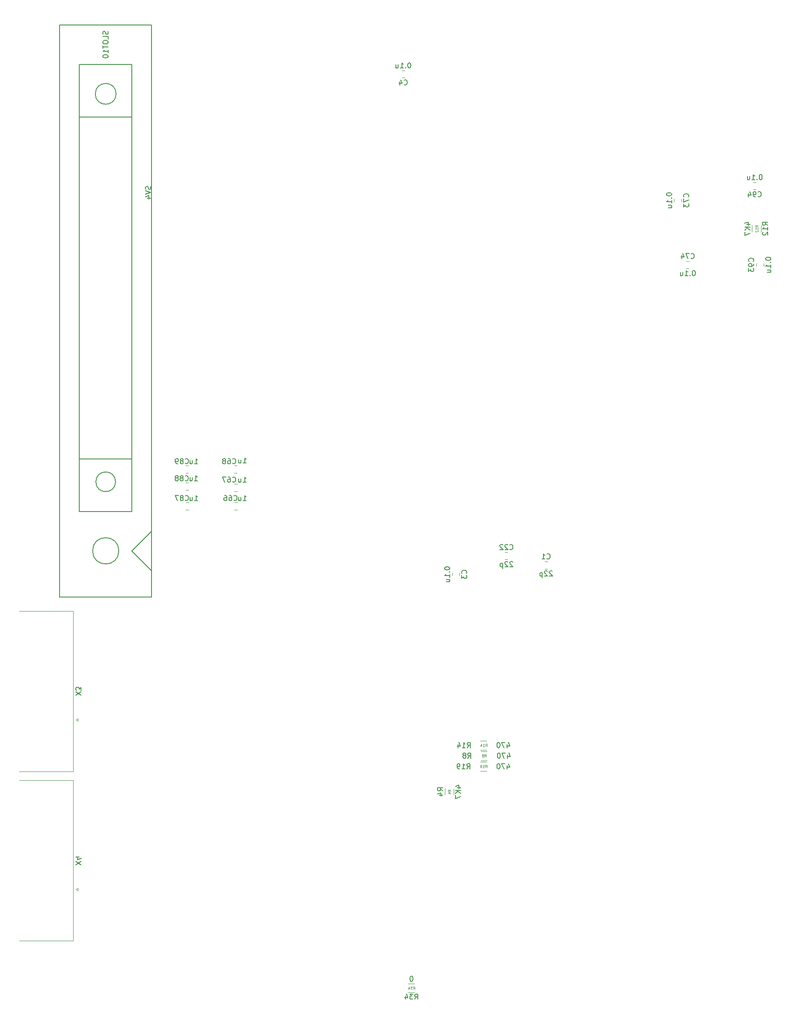
<source format=gbr>
G04 #@! TF.GenerationSoftware,KiCad,Pcbnew,(5.1.4)-1*
G04 #@! TF.CreationDate,2020-03-17T15:08:38+09:00*
G04 #@! TF.ProjectId,RetroConT,52657472-6f43-46f6-9e54-2e6b69636164,rev?*
G04 #@! TF.SameCoordinates,Original*
G04 #@! TF.FileFunction,Legend,Bot*
G04 #@! TF.FilePolarity,Positive*
%FSLAX46Y46*%
G04 Gerber Fmt 4.6, Leading zero omitted, Abs format (unit mm)*
G04 Created by KiCad (PCBNEW (5.1.4)-1) date 2020-03-17 15:08:38*
%MOMM*%
%LPD*%
G04 APERTURE LIST*
%ADD10C,0.120000*%
%ADD11C,0.200000*%
%ADD12C,0.150000*%
%ADD13C,0.075000*%
G04 APERTURE END LIST*
D10*
X37111000Y-209945000D02*
X47591000Y-209945000D01*
X47591000Y-209945000D02*
X47591000Y-178975000D01*
X47591000Y-178975000D02*
X37111000Y-178975000D01*
X48485338Y-200250000D02*
X48485338Y-199750000D01*
X48485338Y-199750000D02*
X48052325Y-200000000D01*
X48052325Y-200000000D02*
X48485338Y-200250000D01*
X165175000Y-67181252D02*
X165175000Y-66658748D01*
X163755000Y-67181252D02*
X163755000Y-66658748D01*
D11*
X56388000Y-134620000D02*
G75*
G03X56388000Y-134620000I-2540000J0D01*
G01*
X62738000Y-138430000D02*
X58928000Y-134620000D01*
X58928000Y-134620000D02*
X62738000Y-130810000D01*
X62738000Y-137160000D02*
X62738000Y-138430000D01*
X44958000Y-132080000D02*
X44958000Y-143510000D01*
X44958000Y-143510000D02*
X62738000Y-143510000D01*
X62738000Y-143510000D02*
X62738000Y-53340000D01*
X56388000Y-33020000D02*
X44958000Y-33020000D01*
X44958000Y-33020000D02*
X44958000Y-63500000D01*
X44958000Y-63500000D02*
X44958000Y-132080000D01*
X56388000Y-33020000D02*
X62738000Y-33020000D01*
X62738000Y-33020000D02*
X62738000Y-40640000D01*
X62738000Y-53340000D02*
X62738000Y-40640000D01*
X55753000Y-121285000D02*
G75*
G03X55753000Y-121285000I-1905000J0D01*
G01*
X55856046Y-46355000D02*
G75*
G03X55856046Y-46355000I-2008046J0D01*
G01*
X58928000Y-116840000D02*
X58928000Y-127000000D01*
X58928000Y-127000000D02*
X48768000Y-127000000D01*
X48768000Y-127000000D02*
X48768000Y-116840000D01*
X58928000Y-50800000D02*
X58928000Y-40640000D01*
X58928000Y-40640000D02*
X48768000Y-40640000D01*
X48768000Y-40640000D02*
X48768000Y-50800000D01*
X58928000Y-116840000D02*
X58928000Y-50800000D01*
X58928000Y-50800000D02*
X48768000Y-50800000D01*
X48768000Y-50800000D02*
X48768000Y-116840000D01*
X48768000Y-116840000D02*
X58928000Y-116840000D01*
D10*
X139241052Y-136678600D02*
X138718548Y-136678600D01*
X139241052Y-138098600D02*
X138718548Y-138098600D01*
X120845000Y-139421252D02*
X120845000Y-138898748D01*
X122265000Y-139421252D02*
X122265000Y-138898748D01*
X111108748Y-41835000D02*
X111631252Y-41835000D01*
X111108748Y-43255000D02*
X111631252Y-43255000D01*
X131579252Y-136295200D02*
X131056748Y-136295200D01*
X131579252Y-134875200D02*
X131056748Y-134875200D01*
X79264252Y-125274000D02*
X78741748Y-125274000D01*
X79264252Y-126694000D02*
X78741748Y-126694000D01*
X79264252Y-123138000D02*
X78741748Y-123138000D01*
X79264252Y-121718000D02*
X78741748Y-121718000D01*
X78723748Y-118162000D02*
X79246252Y-118162000D01*
X78723748Y-119582000D02*
X79246252Y-119582000D01*
X166631252Y-78665000D02*
X166108748Y-78665000D01*
X166631252Y-80085000D02*
X166108748Y-80085000D01*
X69866252Y-126694000D02*
X69343748Y-126694000D01*
X69866252Y-125274000D02*
X69343748Y-125274000D01*
X69848252Y-121464000D02*
X69325748Y-121464000D01*
X69848252Y-122884000D02*
X69325748Y-122884000D01*
X69325748Y-118162000D02*
X69848252Y-118162000D01*
X69325748Y-119582000D02*
X69848252Y-119582000D01*
X179630000Y-79113748D02*
X179630000Y-79636252D01*
X181050000Y-79113748D02*
X181050000Y-79636252D01*
X179053748Y-63425000D02*
X179576252Y-63425000D01*
X179053748Y-64845000D02*
X179576252Y-64845000D01*
X119405000Y-180550000D02*
X119405000Y-181750000D01*
X121165000Y-181750000D02*
X121165000Y-180550000D01*
X127600000Y-173332000D02*
X126400000Y-173332000D01*
X126400000Y-175092000D02*
X127600000Y-175092000D01*
X180585000Y-72990000D02*
X180585000Y-71790000D01*
X178825000Y-71790000D02*
X178825000Y-72990000D01*
X126320000Y-173060000D02*
X127520000Y-173060000D01*
X127520000Y-171300000D02*
X126320000Y-171300000D01*
X127520000Y-175396000D02*
X126320000Y-175396000D01*
X126320000Y-177156000D02*
X127520000Y-177156000D01*
X112350000Y-219955000D02*
X113550000Y-219955000D01*
X113550000Y-218195000D02*
X112350000Y-218195000D01*
X48052325Y-167259000D02*
X48485338Y-167509000D01*
X48485338Y-167009000D02*
X48052325Y-167259000D01*
X48485338Y-167509000D02*
X48485338Y-167009000D01*
X47591000Y-146234000D02*
X37111000Y-146234000D01*
X47591000Y-177204000D02*
X47591000Y-146234000D01*
X37111000Y-177204000D02*
X47591000Y-177204000D01*
D12*
X49078619Y-195269523D02*
X48078619Y-194602857D01*
X49078619Y-194602857D02*
X48078619Y-195269523D01*
X48745285Y-193793333D02*
X48078619Y-193793333D01*
X49126238Y-194031428D02*
X48411952Y-194269523D01*
X48411952Y-193650476D01*
X166472142Y-66277142D02*
X166519761Y-66229523D01*
X166567380Y-66086666D01*
X166567380Y-65991428D01*
X166519761Y-65848571D01*
X166424523Y-65753333D01*
X166329285Y-65705714D01*
X166138809Y-65658095D01*
X165995952Y-65658095D01*
X165805476Y-65705714D01*
X165710238Y-65753333D01*
X165615000Y-65848571D01*
X165567380Y-65991428D01*
X165567380Y-66086666D01*
X165615000Y-66229523D01*
X165662619Y-66277142D01*
X165567380Y-66610476D02*
X165567380Y-67277142D01*
X166567380Y-66848571D01*
X165567380Y-67562857D02*
X165567380Y-68181904D01*
X165948333Y-67848571D01*
X165948333Y-67991428D01*
X165995952Y-68086666D01*
X166043571Y-68134285D01*
X166138809Y-68181904D01*
X166376904Y-68181904D01*
X166472142Y-68134285D01*
X166519761Y-68086666D01*
X166567380Y-67991428D01*
X166567380Y-67705714D01*
X166519761Y-67610476D01*
X166472142Y-67562857D01*
X162267380Y-65705714D02*
X162267380Y-65800952D01*
X162315000Y-65896190D01*
X162362619Y-65943809D01*
X162457857Y-65991428D01*
X162648333Y-66039047D01*
X162886428Y-66039047D01*
X163076904Y-65991428D01*
X163172142Y-65943809D01*
X163219761Y-65896190D01*
X163267380Y-65800952D01*
X163267380Y-65705714D01*
X163219761Y-65610476D01*
X163172142Y-65562857D01*
X163076904Y-65515238D01*
X162886428Y-65467619D01*
X162648333Y-65467619D01*
X162457857Y-65515238D01*
X162362619Y-65562857D01*
X162315000Y-65610476D01*
X162267380Y-65705714D01*
X163172142Y-66467619D02*
X163219761Y-66515238D01*
X163267380Y-66467619D01*
X163219761Y-66420000D01*
X163172142Y-66467619D01*
X163267380Y-66467619D01*
X163267380Y-67467619D02*
X163267380Y-66896190D01*
X163267380Y-67181904D02*
X162267380Y-67181904D01*
X162410238Y-67086666D01*
X162505476Y-66991428D01*
X162553095Y-66896190D01*
X162600714Y-68324761D02*
X163267380Y-68324761D01*
X162600714Y-67896190D02*
X163124523Y-67896190D01*
X163219761Y-67943809D01*
X163267380Y-68039047D01*
X163267380Y-68181904D01*
X163219761Y-68277142D01*
X163172142Y-68324761D01*
X62507761Y-64214523D02*
X62555380Y-64357380D01*
X62555380Y-64595476D01*
X62507761Y-64690714D01*
X62460142Y-64738333D01*
X62364904Y-64785952D01*
X62269666Y-64785952D01*
X62174428Y-64738333D01*
X62126809Y-64690714D01*
X62079190Y-64595476D01*
X62031571Y-64405000D01*
X61983952Y-64309761D01*
X61936333Y-64262142D01*
X61841095Y-64214523D01*
X61745857Y-64214523D01*
X61650619Y-64262142D01*
X61603000Y-64309761D01*
X61555380Y-64405000D01*
X61555380Y-64643095D01*
X61603000Y-64785952D01*
X61555380Y-65071666D02*
X62555380Y-65405000D01*
X61555380Y-65738333D01*
X61888714Y-66500238D02*
X62555380Y-66500238D01*
X61507761Y-66262142D02*
X62222047Y-66024047D01*
X62222047Y-66643095D01*
X54252761Y-34282380D02*
X54300380Y-34425238D01*
X54300380Y-34663333D01*
X54252761Y-34758571D01*
X54205142Y-34806190D01*
X54109904Y-34853809D01*
X54014666Y-34853809D01*
X53919428Y-34806190D01*
X53871809Y-34758571D01*
X53824190Y-34663333D01*
X53776571Y-34472857D01*
X53728952Y-34377619D01*
X53681333Y-34330000D01*
X53586095Y-34282380D01*
X53490857Y-34282380D01*
X53395619Y-34330000D01*
X53348000Y-34377619D01*
X53300380Y-34472857D01*
X53300380Y-34710952D01*
X53348000Y-34853809D01*
X54300380Y-35758571D02*
X54300380Y-35282380D01*
X53300380Y-35282380D01*
X53300380Y-36282380D02*
X53300380Y-36472857D01*
X53348000Y-36568095D01*
X53443238Y-36663333D01*
X53633714Y-36710952D01*
X53967047Y-36710952D01*
X54157523Y-36663333D01*
X54252761Y-36568095D01*
X54300380Y-36472857D01*
X54300380Y-36282380D01*
X54252761Y-36187142D01*
X54157523Y-36091904D01*
X53967047Y-36044285D01*
X53633714Y-36044285D01*
X53443238Y-36091904D01*
X53348000Y-36187142D01*
X53300380Y-36282380D01*
X53300380Y-36996666D02*
X53300380Y-37568095D01*
X54300380Y-37282380D02*
X53300380Y-37282380D01*
X54300380Y-38425238D02*
X54300380Y-37853809D01*
X54300380Y-38139523D02*
X53300380Y-38139523D01*
X53443238Y-38044285D01*
X53538476Y-37949047D01*
X53586095Y-37853809D01*
X53300380Y-39044285D02*
X53300380Y-39139523D01*
X53348000Y-39234761D01*
X53395619Y-39282380D01*
X53490857Y-39330000D01*
X53681333Y-39377619D01*
X53919428Y-39377619D01*
X54109904Y-39330000D01*
X54205142Y-39282380D01*
X54252761Y-39234761D01*
X54300380Y-39139523D01*
X54300380Y-39044285D01*
X54252761Y-38949047D01*
X54205142Y-38901428D01*
X54109904Y-38853809D01*
X53919428Y-38806190D01*
X53681333Y-38806190D01*
X53490857Y-38853809D01*
X53395619Y-38901428D01*
X53348000Y-38949047D01*
X53300380Y-39044285D01*
X139146466Y-136095742D02*
X139194085Y-136143361D01*
X139336942Y-136190980D01*
X139432180Y-136190980D01*
X139575038Y-136143361D01*
X139670276Y-136048123D01*
X139717895Y-135952885D01*
X139765514Y-135762409D01*
X139765514Y-135619552D01*
X139717895Y-135429076D01*
X139670276Y-135333838D01*
X139575038Y-135238600D01*
X139432180Y-135190980D01*
X139336942Y-135190980D01*
X139194085Y-135238600D01*
X139146466Y-135286219D01*
X138194085Y-136190980D02*
X138765514Y-136190980D01*
X138479800Y-136190980D02*
X138479800Y-135190980D01*
X138575038Y-135333838D01*
X138670276Y-135429076D01*
X138765514Y-135476695D01*
X140194085Y-138586219D02*
X140146466Y-138538600D01*
X140051228Y-138490980D01*
X139813133Y-138490980D01*
X139717895Y-138538600D01*
X139670276Y-138586219D01*
X139622657Y-138681457D01*
X139622657Y-138776695D01*
X139670276Y-138919552D01*
X140241704Y-139490980D01*
X139622657Y-139490980D01*
X139241704Y-138586219D02*
X139194085Y-138538600D01*
X139098847Y-138490980D01*
X138860752Y-138490980D01*
X138765514Y-138538600D01*
X138717895Y-138586219D01*
X138670276Y-138681457D01*
X138670276Y-138776695D01*
X138717895Y-138919552D01*
X139289323Y-139490980D01*
X138670276Y-139490980D01*
X138241704Y-138824314D02*
X138241704Y-139824314D01*
X138241704Y-138871933D02*
X138146466Y-138824314D01*
X137955990Y-138824314D01*
X137860752Y-138871933D01*
X137813133Y-138919552D01*
X137765514Y-139014790D01*
X137765514Y-139300504D01*
X137813133Y-139395742D01*
X137860752Y-139443361D01*
X137955990Y-139490980D01*
X138146466Y-139490980D01*
X138241704Y-139443361D01*
X123562142Y-138993333D02*
X123609761Y-138945714D01*
X123657380Y-138802857D01*
X123657380Y-138707619D01*
X123609761Y-138564761D01*
X123514523Y-138469523D01*
X123419285Y-138421904D01*
X123228809Y-138374285D01*
X123085952Y-138374285D01*
X122895476Y-138421904D01*
X122800238Y-138469523D01*
X122705000Y-138564761D01*
X122657380Y-138707619D01*
X122657380Y-138802857D01*
X122705000Y-138945714D01*
X122752619Y-138993333D01*
X122657380Y-139326666D02*
X122657380Y-139945714D01*
X123038333Y-139612380D01*
X123038333Y-139755238D01*
X123085952Y-139850476D01*
X123133571Y-139898095D01*
X123228809Y-139945714D01*
X123466904Y-139945714D01*
X123562142Y-139898095D01*
X123609761Y-139850476D01*
X123657380Y-139755238D01*
X123657380Y-139469523D01*
X123609761Y-139374285D01*
X123562142Y-139326666D01*
X119357380Y-137945714D02*
X119357380Y-138040952D01*
X119405000Y-138136190D01*
X119452619Y-138183809D01*
X119547857Y-138231428D01*
X119738333Y-138279047D01*
X119976428Y-138279047D01*
X120166904Y-138231428D01*
X120262142Y-138183809D01*
X120309761Y-138136190D01*
X120357380Y-138040952D01*
X120357380Y-137945714D01*
X120309761Y-137850476D01*
X120262142Y-137802857D01*
X120166904Y-137755238D01*
X119976428Y-137707619D01*
X119738333Y-137707619D01*
X119547857Y-137755238D01*
X119452619Y-137802857D01*
X119405000Y-137850476D01*
X119357380Y-137945714D01*
X120262142Y-138707619D02*
X120309761Y-138755238D01*
X120357380Y-138707619D01*
X120309761Y-138660000D01*
X120262142Y-138707619D01*
X120357380Y-138707619D01*
X120357380Y-139707619D02*
X120357380Y-139136190D01*
X120357380Y-139421904D02*
X119357380Y-139421904D01*
X119500238Y-139326666D01*
X119595476Y-139231428D01*
X119643095Y-139136190D01*
X119690714Y-140564761D02*
X120357380Y-140564761D01*
X119690714Y-140136190D02*
X120214523Y-140136190D01*
X120309761Y-140183809D01*
X120357380Y-140279047D01*
X120357380Y-140421904D01*
X120309761Y-140517142D01*
X120262142Y-140564761D01*
X111536666Y-44552142D02*
X111584285Y-44599761D01*
X111727142Y-44647380D01*
X111822380Y-44647380D01*
X111965238Y-44599761D01*
X112060476Y-44504523D01*
X112108095Y-44409285D01*
X112155714Y-44218809D01*
X112155714Y-44075952D01*
X112108095Y-43885476D01*
X112060476Y-43790238D01*
X111965238Y-43695000D01*
X111822380Y-43647380D01*
X111727142Y-43647380D01*
X111584285Y-43695000D01*
X111536666Y-43742619D01*
X110679523Y-43980714D02*
X110679523Y-44647380D01*
X110917619Y-43599761D02*
X111155714Y-44314047D01*
X110536666Y-44314047D01*
X112584285Y-40347380D02*
X112489047Y-40347380D01*
X112393809Y-40395000D01*
X112346190Y-40442619D01*
X112298571Y-40537857D01*
X112250952Y-40728333D01*
X112250952Y-40966428D01*
X112298571Y-41156904D01*
X112346190Y-41252142D01*
X112393809Y-41299761D01*
X112489047Y-41347380D01*
X112584285Y-41347380D01*
X112679523Y-41299761D01*
X112727142Y-41252142D01*
X112774761Y-41156904D01*
X112822380Y-40966428D01*
X112822380Y-40728333D01*
X112774761Y-40537857D01*
X112727142Y-40442619D01*
X112679523Y-40395000D01*
X112584285Y-40347380D01*
X111822380Y-41252142D02*
X111774761Y-41299761D01*
X111822380Y-41347380D01*
X111870000Y-41299761D01*
X111822380Y-41252142D01*
X111822380Y-41347380D01*
X110822380Y-41347380D02*
X111393809Y-41347380D01*
X111108095Y-41347380D02*
X111108095Y-40347380D01*
X111203333Y-40490238D01*
X111298571Y-40585476D01*
X111393809Y-40633095D01*
X109965238Y-40680714D02*
X109965238Y-41347380D01*
X110393809Y-40680714D02*
X110393809Y-41204523D01*
X110346190Y-41299761D01*
X110250952Y-41347380D01*
X110108095Y-41347380D01*
X110012857Y-41299761D01*
X109965238Y-41252142D01*
X131960857Y-134292342D02*
X132008476Y-134339961D01*
X132151333Y-134387580D01*
X132246571Y-134387580D01*
X132389428Y-134339961D01*
X132484666Y-134244723D01*
X132532285Y-134149485D01*
X132579904Y-133959009D01*
X132579904Y-133816152D01*
X132532285Y-133625676D01*
X132484666Y-133530438D01*
X132389428Y-133435200D01*
X132246571Y-133387580D01*
X132151333Y-133387580D01*
X132008476Y-133435200D01*
X131960857Y-133482819D01*
X131579904Y-133482819D02*
X131532285Y-133435200D01*
X131437047Y-133387580D01*
X131198952Y-133387580D01*
X131103714Y-133435200D01*
X131056095Y-133482819D01*
X131008476Y-133578057D01*
X131008476Y-133673295D01*
X131056095Y-133816152D01*
X131627523Y-134387580D01*
X131008476Y-134387580D01*
X130627523Y-133482819D02*
X130579904Y-133435200D01*
X130484666Y-133387580D01*
X130246571Y-133387580D01*
X130151333Y-133435200D01*
X130103714Y-133482819D01*
X130056095Y-133578057D01*
X130056095Y-133673295D01*
X130103714Y-133816152D01*
X130675142Y-134387580D01*
X130056095Y-134387580D01*
X132532285Y-136782819D02*
X132484666Y-136735200D01*
X132389428Y-136687580D01*
X132151333Y-136687580D01*
X132056095Y-136735200D01*
X132008476Y-136782819D01*
X131960857Y-136878057D01*
X131960857Y-136973295D01*
X132008476Y-137116152D01*
X132579904Y-137687580D01*
X131960857Y-137687580D01*
X131579904Y-136782819D02*
X131532285Y-136735200D01*
X131437047Y-136687580D01*
X131198952Y-136687580D01*
X131103714Y-136735200D01*
X131056095Y-136782819D01*
X131008476Y-136878057D01*
X131008476Y-136973295D01*
X131056095Y-137116152D01*
X131627523Y-137687580D01*
X131008476Y-137687580D01*
X130579904Y-137020914D02*
X130579904Y-138020914D01*
X130579904Y-137068533D02*
X130484666Y-137020914D01*
X130294190Y-137020914D01*
X130198952Y-137068533D01*
X130151333Y-137116152D01*
X130103714Y-137211390D01*
X130103714Y-137497104D01*
X130151333Y-137592342D01*
X130198952Y-137639961D01*
X130294190Y-137687580D01*
X130484666Y-137687580D01*
X130579904Y-137639961D01*
X78620857Y-124817142D02*
X78668476Y-124864761D01*
X78811333Y-124912380D01*
X78906571Y-124912380D01*
X79049428Y-124864761D01*
X79144666Y-124769523D01*
X79192285Y-124674285D01*
X79239904Y-124483809D01*
X79239904Y-124340952D01*
X79192285Y-124150476D01*
X79144666Y-124055238D01*
X79049428Y-123960000D01*
X78906571Y-123912380D01*
X78811333Y-123912380D01*
X78668476Y-123960000D01*
X78620857Y-124007619D01*
X77763714Y-123912380D02*
X77954190Y-123912380D01*
X78049428Y-123960000D01*
X78097047Y-124007619D01*
X78192285Y-124150476D01*
X78239904Y-124340952D01*
X78239904Y-124721904D01*
X78192285Y-124817142D01*
X78144666Y-124864761D01*
X78049428Y-124912380D01*
X77858952Y-124912380D01*
X77763714Y-124864761D01*
X77716095Y-124817142D01*
X77668476Y-124721904D01*
X77668476Y-124483809D01*
X77716095Y-124388571D01*
X77763714Y-124340952D01*
X77858952Y-124293333D01*
X78049428Y-124293333D01*
X78144666Y-124340952D01*
X78192285Y-124388571D01*
X78239904Y-124483809D01*
X76811333Y-123912380D02*
X77001809Y-123912380D01*
X77097047Y-123960000D01*
X77144666Y-124007619D01*
X77239904Y-124150476D01*
X77287523Y-124340952D01*
X77287523Y-124721904D01*
X77239904Y-124817142D01*
X77192285Y-124864761D01*
X77097047Y-124912380D01*
X76906571Y-124912380D01*
X76811333Y-124864761D01*
X76763714Y-124817142D01*
X76716095Y-124721904D01*
X76716095Y-124483809D01*
X76763714Y-124388571D01*
X76811333Y-124340952D01*
X76906571Y-124293333D01*
X77097047Y-124293333D01*
X77192285Y-124340952D01*
X77239904Y-124388571D01*
X77287523Y-124483809D01*
X80430666Y-124912380D02*
X81002095Y-124912380D01*
X80716380Y-124912380D02*
X80716380Y-123912380D01*
X80811619Y-124055238D01*
X80906857Y-124150476D01*
X81002095Y-124198095D01*
X79573523Y-124245714D02*
X79573523Y-124912380D01*
X80002095Y-124245714D02*
X80002095Y-124769523D01*
X79954476Y-124864761D01*
X79859238Y-124912380D01*
X79716380Y-124912380D01*
X79621142Y-124864761D01*
X79573523Y-124817142D01*
X78366857Y-121261142D02*
X78414476Y-121308761D01*
X78557333Y-121356380D01*
X78652571Y-121356380D01*
X78795428Y-121308761D01*
X78890666Y-121213523D01*
X78938285Y-121118285D01*
X78985904Y-120927809D01*
X78985904Y-120784952D01*
X78938285Y-120594476D01*
X78890666Y-120499238D01*
X78795428Y-120404000D01*
X78652571Y-120356380D01*
X78557333Y-120356380D01*
X78414476Y-120404000D01*
X78366857Y-120451619D01*
X77509714Y-120356380D02*
X77700190Y-120356380D01*
X77795428Y-120404000D01*
X77843047Y-120451619D01*
X77938285Y-120594476D01*
X77985904Y-120784952D01*
X77985904Y-121165904D01*
X77938285Y-121261142D01*
X77890666Y-121308761D01*
X77795428Y-121356380D01*
X77604952Y-121356380D01*
X77509714Y-121308761D01*
X77462095Y-121261142D01*
X77414476Y-121165904D01*
X77414476Y-120927809D01*
X77462095Y-120832571D01*
X77509714Y-120784952D01*
X77604952Y-120737333D01*
X77795428Y-120737333D01*
X77890666Y-120784952D01*
X77938285Y-120832571D01*
X77985904Y-120927809D01*
X77081142Y-120356380D02*
X76414476Y-120356380D01*
X76843047Y-121356380D01*
X80430666Y-121356380D02*
X81002095Y-121356380D01*
X80716380Y-121356380D02*
X80716380Y-120356380D01*
X80811619Y-120499238D01*
X80906857Y-120594476D01*
X81002095Y-120642095D01*
X79573523Y-120689714D02*
X79573523Y-121356380D01*
X80002095Y-120689714D02*
X80002095Y-121213523D01*
X79954476Y-121308761D01*
X79859238Y-121356380D01*
X79716380Y-121356380D01*
X79621142Y-121308761D01*
X79573523Y-121261142D01*
X78366857Y-117705142D02*
X78414476Y-117752761D01*
X78557333Y-117800380D01*
X78652571Y-117800380D01*
X78795428Y-117752761D01*
X78890666Y-117657523D01*
X78938285Y-117562285D01*
X78985904Y-117371809D01*
X78985904Y-117228952D01*
X78938285Y-117038476D01*
X78890666Y-116943238D01*
X78795428Y-116848000D01*
X78652571Y-116800380D01*
X78557333Y-116800380D01*
X78414476Y-116848000D01*
X78366857Y-116895619D01*
X77509714Y-116800380D02*
X77700190Y-116800380D01*
X77795428Y-116848000D01*
X77843047Y-116895619D01*
X77938285Y-117038476D01*
X77985904Y-117228952D01*
X77985904Y-117609904D01*
X77938285Y-117705142D01*
X77890666Y-117752761D01*
X77795428Y-117800380D01*
X77604952Y-117800380D01*
X77509714Y-117752761D01*
X77462095Y-117705142D01*
X77414476Y-117609904D01*
X77414476Y-117371809D01*
X77462095Y-117276571D01*
X77509714Y-117228952D01*
X77604952Y-117181333D01*
X77795428Y-117181333D01*
X77890666Y-117228952D01*
X77938285Y-117276571D01*
X77985904Y-117371809D01*
X76843047Y-117228952D02*
X76938285Y-117181333D01*
X76985904Y-117133714D01*
X77033523Y-117038476D01*
X77033523Y-116990857D01*
X76985904Y-116895619D01*
X76938285Y-116848000D01*
X76843047Y-116800380D01*
X76652571Y-116800380D01*
X76557333Y-116848000D01*
X76509714Y-116895619D01*
X76462095Y-116990857D01*
X76462095Y-117038476D01*
X76509714Y-117133714D01*
X76557333Y-117181333D01*
X76652571Y-117228952D01*
X76843047Y-117228952D01*
X76938285Y-117276571D01*
X76985904Y-117324190D01*
X77033523Y-117419428D01*
X77033523Y-117609904D01*
X76985904Y-117705142D01*
X76938285Y-117752761D01*
X76843047Y-117800380D01*
X76652571Y-117800380D01*
X76557333Y-117752761D01*
X76509714Y-117705142D01*
X76462095Y-117609904D01*
X76462095Y-117419428D01*
X76509714Y-117324190D01*
X76557333Y-117276571D01*
X76652571Y-117228952D01*
X80430666Y-117674380D02*
X81002095Y-117674380D01*
X80716380Y-117674380D02*
X80716380Y-116674380D01*
X80811619Y-116817238D01*
X80906857Y-116912476D01*
X81002095Y-116960095D01*
X79573523Y-117007714D02*
X79573523Y-117674380D01*
X80002095Y-117007714D02*
X80002095Y-117531523D01*
X79954476Y-117626761D01*
X79859238Y-117674380D01*
X79716380Y-117674380D01*
X79621142Y-117626761D01*
X79573523Y-117579142D01*
X167012857Y-78082142D02*
X167060476Y-78129761D01*
X167203333Y-78177380D01*
X167298571Y-78177380D01*
X167441428Y-78129761D01*
X167536666Y-78034523D01*
X167584285Y-77939285D01*
X167631904Y-77748809D01*
X167631904Y-77605952D01*
X167584285Y-77415476D01*
X167536666Y-77320238D01*
X167441428Y-77225000D01*
X167298571Y-77177380D01*
X167203333Y-77177380D01*
X167060476Y-77225000D01*
X167012857Y-77272619D01*
X166679523Y-77177380D02*
X166012857Y-77177380D01*
X166441428Y-78177380D01*
X165203333Y-77510714D02*
X165203333Y-78177380D01*
X165441428Y-77129761D02*
X165679523Y-77844047D01*
X165060476Y-77844047D01*
X167584285Y-80477380D02*
X167489047Y-80477380D01*
X167393809Y-80525000D01*
X167346190Y-80572619D01*
X167298571Y-80667857D01*
X167250952Y-80858333D01*
X167250952Y-81096428D01*
X167298571Y-81286904D01*
X167346190Y-81382142D01*
X167393809Y-81429761D01*
X167489047Y-81477380D01*
X167584285Y-81477380D01*
X167679523Y-81429761D01*
X167727142Y-81382142D01*
X167774761Y-81286904D01*
X167822380Y-81096428D01*
X167822380Y-80858333D01*
X167774761Y-80667857D01*
X167727142Y-80572619D01*
X167679523Y-80525000D01*
X167584285Y-80477380D01*
X166822380Y-81382142D02*
X166774761Y-81429761D01*
X166822380Y-81477380D01*
X166870000Y-81429761D01*
X166822380Y-81382142D01*
X166822380Y-81477380D01*
X165822380Y-81477380D02*
X166393809Y-81477380D01*
X166108095Y-81477380D02*
X166108095Y-80477380D01*
X166203333Y-80620238D01*
X166298571Y-80715476D01*
X166393809Y-80763095D01*
X164965238Y-80810714D02*
X164965238Y-81477380D01*
X165393809Y-80810714D02*
X165393809Y-81334523D01*
X165346190Y-81429761D01*
X165250952Y-81477380D01*
X165108095Y-81477380D01*
X165012857Y-81429761D01*
X164965238Y-81382142D01*
X69222857Y-124817142D02*
X69270476Y-124864761D01*
X69413333Y-124912380D01*
X69508571Y-124912380D01*
X69651428Y-124864761D01*
X69746666Y-124769523D01*
X69794285Y-124674285D01*
X69841904Y-124483809D01*
X69841904Y-124340952D01*
X69794285Y-124150476D01*
X69746666Y-124055238D01*
X69651428Y-123960000D01*
X69508571Y-123912380D01*
X69413333Y-123912380D01*
X69270476Y-123960000D01*
X69222857Y-124007619D01*
X68651428Y-124340952D02*
X68746666Y-124293333D01*
X68794285Y-124245714D01*
X68841904Y-124150476D01*
X68841904Y-124102857D01*
X68794285Y-124007619D01*
X68746666Y-123960000D01*
X68651428Y-123912380D01*
X68460952Y-123912380D01*
X68365714Y-123960000D01*
X68318095Y-124007619D01*
X68270476Y-124102857D01*
X68270476Y-124150476D01*
X68318095Y-124245714D01*
X68365714Y-124293333D01*
X68460952Y-124340952D01*
X68651428Y-124340952D01*
X68746666Y-124388571D01*
X68794285Y-124436190D01*
X68841904Y-124531428D01*
X68841904Y-124721904D01*
X68794285Y-124817142D01*
X68746666Y-124864761D01*
X68651428Y-124912380D01*
X68460952Y-124912380D01*
X68365714Y-124864761D01*
X68318095Y-124817142D01*
X68270476Y-124721904D01*
X68270476Y-124531428D01*
X68318095Y-124436190D01*
X68365714Y-124388571D01*
X68460952Y-124340952D01*
X67937142Y-123912380D02*
X67270476Y-123912380D01*
X67699047Y-124912380D01*
X71032666Y-124912380D02*
X71604095Y-124912380D01*
X71318380Y-124912380D02*
X71318380Y-123912380D01*
X71413619Y-124055238D01*
X71508857Y-124150476D01*
X71604095Y-124198095D01*
X70175523Y-124245714D02*
X70175523Y-124912380D01*
X70604095Y-124245714D02*
X70604095Y-124769523D01*
X70556476Y-124864761D01*
X70461238Y-124912380D01*
X70318380Y-124912380D01*
X70223142Y-124864761D01*
X70175523Y-124817142D01*
X69204857Y-121007142D02*
X69252476Y-121054761D01*
X69395333Y-121102380D01*
X69490571Y-121102380D01*
X69633428Y-121054761D01*
X69728666Y-120959523D01*
X69776285Y-120864285D01*
X69823904Y-120673809D01*
X69823904Y-120530952D01*
X69776285Y-120340476D01*
X69728666Y-120245238D01*
X69633428Y-120150000D01*
X69490571Y-120102380D01*
X69395333Y-120102380D01*
X69252476Y-120150000D01*
X69204857Y-120197619D01*
X68633428Y-120530952D02*
X68728666Y-120483333D01*
X68776285Y-120435714D01*
X68823904Y-120340476D01*
X68823904Y-120292857D01*
X68776285Y-120197619D01*
X68728666Y-120150000D01*
X68633428Y-120102380D01*
X68442952Y-120102380D01*
X68347714Y-120150000D01*
X68300095Y-120197619D01*
X68252476Y-120292857D01*
X68252476Y-120340476D01*
X68300095Y-120435714D01*
X68347714Y-120483333D01*
X68442952Y-120530952D01*
X68633428Y-120530952D01*
X68728666Y-120578571D01*
X68776285Y-120626190D01*
X68823904Y-120721428D01*
X68823904Y-120911904D01*
X68776285Y-121007142D01*
X68728666Y-121054761D01*
X68633428Y-121102380D01*
X68442952Y-121102380D01*
X68347714Y-121054761D01*
X68300095Y-121007142D01*
X68252476Y-120911904D01*
X68252476Y-120721428D01*
X68300095Y-120626190D01*
X68347714Y-120578571D01*
X68442952Y-120530952D01*
X67681047Y-120530952D02*
X67776285Y-120483333D01*
X67823904Y-120435714D01*
X67871523Y-120340476D01*
X67871523Y-120292857D01*
X67823904Y-120197619D01*
X67776285Y-120150000D01*
X67681047Y-120102380D01*
X67490571Y-120102380D01*
X67395333Y-120150000D01*
X67347714Y-120197619D01*
X67300095Y-120292857D01*
X67300095Y-120340476D01*
X67347714Y-120435714D01*
X67395333Y-120483333D01*
X67490571Y-120530952D01*
X67681047Y-120530952D01*
X67776285Y-120578571D01*
X67823904Y-120626190D01*
X67871523Y-120721428D01*
X67871523Y-120911904D01*
X67823904Y-121007142D01*
X67776285Y-121054761D01*
X67681047Y-121102380D01*
X67490571Y-121102380D01*
X67395333Y-121054761D01*
X67347714Y-121007142D01*
X67300095Y-120911904D01*
X67300095Y-120721428D01*
X67347714Y-120626190D01*
X67395333Y-120578571D01*
X67490571Y-120530952D01*
X71014666Y-121102380D02*
X71586095Y-121102380D01*
X71300380Y-121102380D02*
X71300380Y-120102380D01*
X71395619Y-120245238D01*
X71490857Y-120340476D01*
X71586095Y-120388095D01*
X70157523Y-120435714D02*
X70157523Y-121102380D01*
X70586095Y-120435714D02*
X70586095Y-120959523D01*
X70538476Y-121054761D01*
X70443238Y-121102380D01*
X70300380Y-121102380D01*
X70205142Y-121054761D01*
X70157523Y-121007142D01*
X69222857Y-117705142D02*
X69270476Y-117752761D01*
X69413333Y-117800380D01*
X69508571Y-117800380D01*
X69651428Y-117752761D01*
X69746666Y-117657523D01*
X69794285Y-117562285D01*
X69841904Y-117371809D01*
X69841904Y-117228952D01*
X69794285Y-117038476D01*
X69746666Y-116943238D01*
X69651428Y-116848000D01*
X69508571Y-116800380D01*
X69413333Y-116800380D01*
X69270476Y-116848000D01*
X69222857Y-116895619D01*
X68651428Y-117228952D02*
X68746666Y-117181333D01*
X68794285Y-117133714D01*
X68841904Y-117038476D01*
X68841904Y-116990857D01*
X68794285Y-116895619D01*
X68746666Y-116848000D01*
X68651428Y-116800380D01*
X68460952Y-116800380D01*
X68365714Y-116848000D01*
X68318095Y-116895619D01*
X68270476Y-116990857D01*
X68270476Y-117038476D01*
X68318095Y-117133714D01*
X68365714Y-117181333D01*
X68460952Y-117228952D01*
X68651428Y-117228952D01*
X68746666Y-117276571D01*
X68794285Y-117324190D01*
X68841904Y-117419428D01*
X68841904Y-117609904D01*
X68794285Y-117705142D01*
X68746666Y-117752761D01*
X68651428Y-117800380D01*
X68460952Y-117800380D01*
X68365714Y-117752761D01*
X68318095Y-117705142D01*
X68270476Y-117609904D01*
X68270476Y-117419428D01*
X68318095Y-117324190D01*
X68365714Y-117276571D01*
X68460952Y-117228952D01*
X67794285Y-117800380D02*
X67603809Y-117800380D01*
X67508571Y-117752761D01*
X67460952Y-117705142D01*
X67365714Y-117562285D01*
X67318095Y-117371809D01*
X67318095Y-116990857D01*
X67365714Y-116895619D01*
X67413333Y-116848000D01*
X67508571Y-116800380D01*
X67699047Y-116800380D01*
X67794285Y-116848000D01*
X67841904Y-116895619D01*
X67889523Y-116990857D01*
X67889523Y-117228952D01*
X67841904Y-117324190D01*
X67794285Y-117371809D01*
X67699047Y-117419428D01*
X67508571Y-117419428D01*
X67413333Y-117371809D01*
X67365714Y-117324190D01*
X67318095Y-117228952D01*
X71032666Y-117800380D02*
X71604095Y-117800380D01*
X71318380Y-117800380D02*
X71318380Y-116800380D01*
X71413619Y-116943238D01*
X71508857Y-117038476D01*
X71604095Y-117086095D01*
X70175523Y-117133714D02*
X70175523Y-117800380D01*
X70604095Y-117133714D02*
X70604095Y-117657523D01*
X70556476Y-117752761D01*
X70461238Y-117800380D01*
X70318380Y-117800380D01*
X70223142Y-117752761D01*
X70175523Y-117705142D01*
X179047142Y-78732142D02*
X179094761Y-78684523D01*
X179142380Y-78541666D01*
X179142380Y-78446428D01*
X179094761Y-78303571D01*
X178999523Y-78208333D01*
X178904285Y-78160714D01*
X178713809Y-78113095D01*
X178570952Y-78113095D01*
X178380476Y-78160714D01*
X178285238Y-78208333D01*
X178190000Y-78303571D01*
X178142380Y-78446428D01*
X178142380Y-78541666D01*
X178190000Y-78684523D01*
X178237619Y-78732142D01*
X179142380Y-79208333D02*
X179142380Y-79398809D01*
X179094761Y-79494047D01*
X179047142Y-79541666D01*
X178904285Y-79636904D01*
X178713809Y-79684523D01*
X178332857Y-79684523D01*
X178237619Y-79636904D01*
X178190000Y-79589285D01*
X178142380Y-79494047D01*
X178142380Y-79303571D01*
X178190000Y-79208333D01*
X178237619Y-79160714D01*
X178332857Y-79113095D01*
X178570952Y-79113095D01*
X178666190Y-79160714D01*
X178713809Y-79208333D01*
X178761428Y-79303571D01*
X178761428Y-79494047D01*
X178713809Y-79589285D01*
X178666190Y-79636904D01*
X178570952Y-79684523D01*
X178142380Y-80017857D02*
X178142380Y-80636904D01*
X178523333Y-80303571D01*
X178523333Y-80446428D01*
X178570952Y-80541666D01*
X178618571Y-80589285D01*
X178713809Y-80636904D01*
X178951904Y-80636904D01*
X179047142Y-80589285D01*
X179094761Y-80541666D01*
X179142380Y-80446428D01*
X179142380Y-80160714D01*
X179094761Y-80065476D01*
X179047142Y-80017857D01*
X181442380Y-78160714D02*
X181442380Y-78255952D01*
X181490000Y-78351190D01*
X181537619Y-78398809D01*
X181632857Y-78446428D01*
X181823333Y-78494047D01*
X182061428Y-78494047D01*
X182251904Y-78446428D01*
X182347142Y-78398809D01*
X182394761Y-78351190D01*
X182442380Y-78255952D01*
X182442380Y-78160714D01*
X182394761Y-78065476D01*
X182347142Y-78017857D01*
X182251904Y-77970238D01*
X182061428Y-77922619D01*
X181823333Y-77922619D01*
X181632857Y-77970238D01*
X181537619Y-78017857D01*
X181490000Y-78065476D01*
X181442380Y-78160714D01*
X182347142Y-78922619D02*
X182394761Y-78970238D01*
X182442380Y-78922619D01*
X182394761Y-78875000D01*
X182347142Y-78922619D01*
X182442380Y-78922619D01*
X182442380Y-79922619D02*
X182442380Y-79351190D01*
X182442380Y-79636904D02*
X181442380Y-79636904D01*
X181585238Y-79541666D01*
X181680476Y-79446428D01*
X181728095Y-79351190D01*
X181775714Y-80779761D02*
X182442380Y-80779761D01*
X181775714Y-80351190D02*
X182299523Y-80351190D01*
X182394761Y-80398809D01*
X182442380Y-80494047D01*
X182442380Y-80636904D01*
X182394761Y-80732142D01*
X182347142Y-80779761D01*
X179957857Y-66142142D02*
X180005476Y-66189761D01*
X180148333Y-66237380D01*
X180243571Y-66237380D01*
X180386428Y-66189761D01*
X180481666Y-66094523D01*
X180529285Y-65999285D01*
X180576904Y-65808809D01*
X180576904Y-65665952D01*
X180529285Y-65475476D01*
X180481666Y-65380238D01*
X180386428Y-65285000D01*
X180243571Y-65237380D01*
X180148333Y-65237380D01*
X180005476Y-65285000D01*
X179957857Y-65332619D01*
X179481666Y-66237380D02*
X179291190Y-66237380D01*
X179195952Y-66189761D01*
X179148333Y-66142142D01*
X179053095Y-65999285D01*
X179005476Y-65808809D01*
X179005476Y-65427857D01*
X179053095Y-65332619D01*
X179100714Y-65285000D01*
X179195952Y-65237380D01*
X179386428Y-65237380D01*
X179481666Y-65285000D01*
X179529285Y-65332619D01*
X179576904Y-65427857D01*
X179576904Y-65665952D01*
X179529285Y-65761190D01*
X179481666Y-65808809D01*
X179386428Y-65856428D01*
X179195952Y-65856428D01*
X179100714Y-65808809D01*
X179053095Y-65761190D01*
X179005476Y-65665952D01*
X178148333Y-65570714D02*
X178148333Y-66237380D01*
X178386428Y-65189761D02*
X178624523Y-65904047D01*
X178005476Y-65904047D01*
X180529285Y-61937380D02*
X180434047Y-61937380D01*
X180338809Y-61985000D01*
X180291190Y-62032619D01*
X180243571Y-62127857D01*
X180195952Y-62318333D01*
X180195952Y-62556428D01*
X180243571Y-62746904D01*
X180291190Y-62842142D01*
X180338809Y-62889761D01*
X180434047Y-62937380D01*
X180529285Y-62937380D01*
X180624523Y-62889761D01*
X180672142Y-62842142D01*
X180719761Y-62746904D01*
X180767380Y-62556428D01*
X180767380Y-62318333D01*
X180719761Y-62127857D01*
X180672142Y-62032619D01*
X180624523Y-61985000D01*
X180529285Y-61937380D01*
X179767380Y-62842142D02*
X179719761Y-62889761D01*
X179767380Y-62937380D01*
X179815000Y-62889761D01*
X179767380Y-62842142D01*
X179767380Y-62937380D01*
X178767380Y-62937380D02*
X179338809Y-62937380D01*
X179053095Y-62937380D02*
X179053095Y-61937380D01*
X179148333Y-62080238D01*
X179243571Y-62175476D01*
X179338809Y-62223095D01*
X177910238Y-62270714D02*
X177910238Y-62937380D01*
X178338809Y-62270714D02*
X178338809Y-62794523D01*
X178291190Y-62889761D01*
X178195952Y-62937380D01*
X178053095Y-62937380D01*
X177957857Y-62889761D01*
X177910238Y-62842142D01*
X119037380Y-180983333D02*
X118561190Y-180650000D01*
X119037380Y-180411904D02*
X118037380Y-180411904D01*
X118037380Y-180792857D01*
X118085000Y-180888095D01*
X118132619Y-180935714D01*
X118227857Y-180983333D01*
X118370714Y-180983333D01*
X118465952Y-180935714D01*
X118513571Y-180888095D01*
X118561190Y-180792857D01*
X118561190Y-180411904D01*
X118370714Y-181840476D02*
X119037380Y-181840476D01*
X117989761Y-181602380D02*
X118704047Y-181364285D01*
X118704047Y-181983333D01*
X121820714Y-180364285D02*
X122487380Y-180364285D01*
X121439761Y-180126190D02*
X122154047Y-179888095D01*
X122154047Y-180507142D01*
X122487380Y-180888095D02*
X121487380Y-180888095D01*
X122487380Y-181459523D02*
X121915952Y-181030952D01*
X121487380Y-181459523D02*
X122058809Y-180888095D01*
X121487380Y-181792857D02*
X121487380Y-182459523D01*
X122487380Y-182030952D01*
D13*
X120511190Y-181066666D02*
X120273095Y-180900000D01*
X120511190Y-180780952D02*
X120011190Y-180780952D01*
X120011190Y-180971428D01*
X120035000Y-181019047D01*
X120058809Y-181042857D01*
X120106428Y-181066666D01*
X120177857Y-181066666D01*
X120225476Y-181042857D01*
X120249285Y-181019047D01*
X120273095Y-180971428D01*
X120273095Y-180780952D01*
X120177857Y-181495238D02*
X120511190Y-181495238D01*
X119987380Y-181376190D02*
X120344523Y-181257142D01*
X120344523Y-181566666D01*
D12*
X123864666Y-174664380D02*
X124198000Y-174188190D01*
X124436095Y-174664380D02*
X124436095Y-173664380D01*
X124055142Y-173664380D01*
X123959904Y-173712000D01*
X123912285Y-173759619D01*
X123864666Y-173854857D01*
X123864666Y-173997714D01*
X123912285Y-174092952D01*
X123959904Y-174140571D01*
X124055142Y-174188190D01*
X124436095Y-174188190D01*
X123293238Y-174092952D02*
X123388476Y-174045333D01*
X123436095Y-173997714D01*
X123483714Y-173902476D01*
X123483714Y-173854857D01*
X123436095Y-173759619D01*
X123388476Y-173712000D01*
X123293238Y-173664380D01*
X123102761Y-173664380D01*
X123007523Y-173712000D01*
X122959904Y-173759619D01*
X122912285Y-173854857D01*
X122912285Y-173902476D01*
X122959904Y-173997714D01*
X123007523Y-174045333D01*
X123102761Y-174092952D01*
X123293238Y-174092952D01*
X123388476Y-174140571D01*
X123436095Y-174188190D01*
X123483714Y-174283428D01*
X123483714Y-174473904D01*
X123436095Y-174569142D01*
X123388476Y-174616761D01*
X123293238Y-174664380D01*
X123102761Y-174664380D01*
X123007523Y-174616761D01*
X122959904Y-174569142D01*
X122912285Y-174473904D01*
X122912285Y-174283428D01*
X122959904Y-174188190D01*
X123007523Y-174140571D01*
X123102761Y-174092952D01*
X131571904Y-173997714D02*
X131571904Y-174664380D01*
X131810000Y-173616761D02*
X132048095Y-174331047D01*
X131429047Y-174331047D01*
X131143333Y-173664380D02*
X130476666Y-173664380D01*
X130905238Y-174664380D01*
X129905238Y-173664380D02*
X129810000Y-173664380D01*
X129714761Y-173712000D01*
X129667142Y-173759619D01*
X129619523Y-173854857D01*
X129571904Y-174045333D01*
X129571904Y-174283428D01*
X129619523Y-174473904D01*
X129667142Y-174569142D01*
X129714761Y-174616761D01*
X129810000Y-174664380D01*
X129905238Y-174664380D01*
X130000476Y-174616761D01*
X130048095Y-174569142D01*
X130095714Y-174473904D01*
X130143333Y-174283428D01*
X130143333Y-174045333D01*
X130095714Y-173854857D01*
X130048095Y-173759619D01*
X130000476Y-173712000D01*
X129905238Y-173664380D01*
D13*
X127083333Y-174438190D02*
X127250000Y-174200095D01*
X127369047Y-174438190D02*
X127369047Y-173938190D01*
X127178571Y-173938190D01*
X127130952Y-173962000D01*
X127107142Y-173985809D01*
X127083333Y-174033428D01*
X127083333Y-174104857D01*
X127107142Y-174152476D01*
X127130952Y-174176285D01*
X127178571Y-174200095D01*
X127369047Y-174200095D01*
X126797619Y-174152476D02*
X126845238Y-174128666D01*
X126869047Y-174104857D01*
X126892857Y-174057238D01*
X126892857Y-174033428D01*
X126869047Y-173985809D01*
X126845238Y-173962000D01*
X126797619Y-173938190D01*
X126702380Y-173938190D01*
X126654761Y-173962000D01*
X126630952Y-173985809D01*
X126607142Y-174033428D01*
X126607142Y-174057238D01*
X126630952Y-174104857D01*
X126654761Y-174128666D01*
X126702380Y-174152476D01*
X126797619Y-174152476D01*
X126845238Y-174176285D01*
X126869047Y-174200095D01*
X126892857Y-174247714D01*
X126892857Y-174342952D01*
X126869047Y-174390571D01*
X126845238Y-174414380D01*
X126797619Y-174438190D01*
X126702380Y-174438190D01*
X126654761Y-174414380D01*
X126630952Y-174390571D01*
X126607142Y-174342952D01*
X126607142Y-174247714D01*
X126630952Y-174200095D01*
X126654761Y-174176285D01*
X126702380Y-174152476D01*
D12*
X181857380Y-71747142D02*
X181381190Y-71413809D01*
X181857380Y-71175714D02*
X180857380Y-71175714D01*
X180857380Y-71556666D01*
X180905000Y-71651904D01*
X180952619Y-71699523D01*
X181047857Y-71747142D01*
X181190714Y-71747142D01*
X181285952Y-71699523D01*
X181333571Y-71651904D01*
X181381190Y-71556666D01*
X181381190Y-71175714D01*
X181857380Y-72699523D02*
X181857380Y-72128095D01*
X181857380Y-72413809D02*
X180857380Y-72413809D01*
X181000238Y-72318571D01*
X181095476Y-72223333D01*
X181143095Y-72128095D01*
X180952619Y-73080476D02*
X180905000Y-73128095D01*
X180857380Y-73223333D01*
X180857380Y-73461428D01*
X180905000Y-73556666D01*
X180952619Y-73604285D01*
X181047857Y-73651904D01*
X181143095Y-73651904D01*
X181285952Y-73604285D01*
X181857380Y-73032857D01*
X181857380Y-73651904D01*
X177740714Y-71604285D02*
X178407380Y-71604285D01*
X177359761Y-71366190D02*
X178074047Y-71128095D01*
X178074047Y-71747142D01*
X178407380Y-72128095D02*
X177407380Y-72128095D01*
X178407380Y-72699523D02*
X177835952Y-72270952D01*
X177407380Y-72699523D02*
X177978809Y-72128095D01*
X177407380Y-73032857D02*
X177407380Y-73699523D01*
X178407380Y-73270952D01*
D13*
X179931190Y-72068571D02*
X179693095Y-71901904D01*
X179931190Y-71782857D02*
X179431190Y-71782857D01*
X179431190Y-71973333D01*
X179455000Y-72020952D01*
X179478809Y-72044761D01*
X179526428Y-72068571D01*
X179597857Y-72068571D01*
X179645476Y-72044761D01*
X179669285Y-72020952D01*
X179693095Y-71973333D01*
X179693095Y-71782857D01*
X179931190Y-72544761D02*
X179931190Y-72259047D01*
X179931190Y-72401904D02*
X179431190Y-72401904D01*
X179502619Y-72354285D01*
X179550238Y-72306666D01*
X179574047Y-72259047D01*
X179478809Y-72735238D02*
X179455000Y-72759047D01*
X179431190Y-72806666D01*
X179431190Y-72925714D01*
X179455000Y-72973333D01*
X179478809Y-72997142D01*
X179526428Y-73020952D01*
X179574047Y-73020952D01*
X179645476Y-72997142D01*
X179931190Y-72711428D01*
X179931190Y-73020952D01*
D12*
X123752857Y-172632380D02*
X124086190Y-172156190D01*
X124324285Y-172632380D02*
X124324285Y-171632380D01*
X123943333Y-171632380D01*
X123848095Y-171680000D01*
X123800476Y-171727619D01*
X123752857Y-171822857D01*
X123752857Y-171965714D01*
X123800476Y-172060952D01*
X123848095Y-172108571D01*
X123943333Y-172156190D01*
X124324285Y-172156190D01*
X122800476Y-172632380D02*
X123371904Y-172632380D01*
X123086190Y-172632380D02*
X123086190Y-171632380D01*
X123181428Y-171775238D01*
X123276666Y-171870476D01*
X123371904Y-171918095D01*
X121943333Y-171965714D02*
X121943333Y-172632380D01*
X122181428Y-171584761D02*
X122419523Y-172299047D01*
X121800476Y-172299047D01*
X131491904Y-171965714D02*
X131491904Y-172632380D01*
X131730000Y-171584761D02*
X131968095Y-172299047D01*
X131349047Y-172299047D01*
X131063333Y-171632380D02*
X130396666Y-171632380D01*
X130825238Y-172632380D01*
X129825238Y-171632380D02*
X129730000Y-171632380D01*
X129634761Y-171680000D01*
X129587142Y-171727619D01*
X129539523Y-171822857D01*
X129491904Y-172013333D01*
X129491904Y-172251428D01*
X129539523Y-172441904D01*
X129587142Y-172537142D01*
X129634761Y-172584761D01*
X129730000Y-172632380D01*
X129825238Y-172632380D01*
X129920476Y-172584761D01*
X129968095Y-172537142D01*
X130015714Y-172441904D01*
X130063333Y-172251428D01*
X130063333Y-172013333D01*
X130015714Y-171822857D01*
X129968095Y-171727619D01*
X129920476Y-171680000D01*
X129825238Y-171632380D01*
D13*
X127241428Y-172406190D02*
X127408095Y-172168095D01*
X127527142Y-172406190D02*
X127527142Y-171906190D01*
X127336666Y-171906190D01*
X127289047Y-171930000D01*
X127265238Y-171953809D01*
X127241428Y-172001428D01*
X127241428Y-172072857D01*
X127265238Y-172120476D01*
X127289047Y-172144285D01*
X127336666Y-172168095D01*
X127527142Y-172168095D01*
X126765238Y-172406190D02*
X127050952Y-172406190D01*
X126908095Y-172406190D02*
X126908095Y-171906190D01*
X126955714Y-171977619D01*
X127003333Y-172025238D01*
X127050952Y-172049047D01*
X126336666Y-172072857D02*
X126336666Y-172406190D01*
X126455714Y-171882380D02*
X126574761Y-172239523D01*
X126265238Y-172239523D01*
D12*
X123672857Y-176728380D02*
X124006190Y-176252190D01*
X124244285Y-176728380D02*
X124244285Y-175728380D01*
X123863333Y-175728380D01*
X123768095Y-175776000D01*
X123720476Y-175823619D01*
X123672857Y-175918857D01*
X123672857Y-176061714D01*
X123720476Y-176156952D01*
X123768095Y-176204571D01*
X123863333Y-176252190D01*
X124244285Y-176252190D01*
X122720476Y-176728380D02*
X123291904Y-176728380D01*
X123006190Y-176728380D02*
X123006190Y-175728380D01*
X123101428Y-175871238D01*
X123196666Y-175966476D01*
X123291904Y-176014095D01*
X122244285Y-176728380D02*
X122053809Y-176728380D01*
X121958571Y-176680761D01*
X121910952Y-176633142D01*
X121815714Y-176490285D01*
X121768095Y-176299809D01*
X121768095Y-175918857D01*
X121815714Y-175823619D01*
X121863333Y-175776000D01*
X121958571Y-175728380D01*
X122149047Y-175728380D01*
X122244285Y-175776000D01*
X122291904Y-175823619D01*
X122339523Y-175918857D01*
X122339523Y-176156952D01*
X122291904Y-176252190D01*
X122244285Y-176299809D01*
X122149047Y-176347428D01*
X121958571Y-176347428D01*
X121863333Y-176299809D01*
X121815714Y-176252190D01*
X121768095Y-176156952D01*
X131491904Y-176061714D02*
X131491904Y-176728380D01*
X131730000Y-175680761D02*
X131968095Y-176395047D01*
X131349047Y-176395047D01*
X131063333Y-175728380D02*
X130396666Y-175728380D01*
X130825238Y-176728380D01*
X129825238Y-175728380D02*
X129730000Y-175728380D01*
X129634761Y-175776000D01*
X129587142Y-175823619D01*
X129539523Y-175918857D01*
X129491904Y-176109333D01*
X129491904Y-176347428D01*
X129539523Y-176537904D01*
X129587142Y-176633142D01*
X129634761Y-176680761D01*
X129730000Y-176728380D01*
X129825238Y-176728380D01*
X129920476Y-176680761D01*
X129968095Y-176633142D01*
X130015714Y-176537904D01*
X130063333Y-176347428D01*
X130063333Y-176109333D01*
X130015714Y-175918857D01*
X129968095Y-175823619D01*
X129920476Y-175776000D01*
X129825238Y-175728380D01*
D13*
X127241428Y-176502190D02*
X127408095Y-176264095D01*
X127527142Y-176502190D02*
X127527142Y-176002190D01*
X127336666Y-176002190D01*
X127289047Y-176026000D01*
X127265238Y-176049809D01*
X127241428Y-176097428D01*
X127241428Y-176168857D01*
X127265238Y-176216476D01*
X127289047Y-176240285D01*
X127336666Y-176264095D01*
X127527142Y-176264095D01*
X126765238Y-176502190D02*
X127050952Y-176502190D01*
X126908095Y-176502190D02*
X126908095Y-176002190D01*
X126955714Y-176073619D01*
X127003333Y-176121238D01*
X127050952Y-176145047D01*
X126527142Y-176502190D02*
X126431904Y-176502190D01*
X126384285Y-176478380D01*
X126360476Y-176454571D01*
X126312857Y-176383142D01*
X126289047Y-176287904D01*
X126289047Y-176097428D01*
X126312857Y-176049809D01*
X126336666Y-176026000D01*
X126384285Y-176002190D01*
X126479523Y-176002190D01*
X126527142Y-176026000D01*
X126550952Y-176049809D01*
X126574761Y-176097428D01*
X126574761Y-176216476D01*
X126550952Y-176264095D01*
X126527142Y-176287904D01*
X126479523Y-176311714D01*
X126384285Y-176311714D01*
X126336666Y-176287904D01*
X126312857Y-176264095D01*
X126289047Y-176216476D01*
D12*
X113592857Y-221227380D02*
X113926190Y-220751190D01*
X114164285Y-221227380D02*
X114164285Y-220227380D01*
X113783333Y-220227380D01*
X113688095Y-220275000D01*
X113640476Y-220322619D01*
X113592857Y-220417857D01*
X113592857Y-220560714D01*
X113640476Y-220655952D01*
X113688095Y-220703571D01*
X113783333Y-220751190D01*
X114164285Y-220751190D01*
X113259523Y-220227380D02*
X112640476Y-220227380D01*
X112973809Y-220608333D01*
X112830952Y-220608333D01*
X112735714Y-220655952D01*
X112688095Y-220703571D01*
X112640476Y-220798809D01*
X112640476Y-221036904D01*
X112688095Y-221132142D01*
X112735714Y-221179761D01*
X112830952Y-221227380D01*
X113116666Y-221227380D01*
X113211904Y-221179761D01*
X113259523Y-221132142D01*
X111783333Y-220560714D02*
X111783333Y-221227380D01*
X112021428Y-220179761D02*
X112259523Y-220894047D01*
X111640476Y-220894047D01*
X112997619Y-216777380D02*
X112902380Y-216777380D01*
X112807142Y-216825000D01*
X112759523Y-216872619D01*
X112711904Y-216967857D01*
X112664285Y-217158333D01*
X112664285Y-217396428D01*
X112711904Y-217586904D01*
X112759523Y-217682142D01*
X112807142Y-217729761D01*
X112902380Y-217777380D01*
X112997619Y-217777380D01*
X113092857Y-217729761D01*
X113140476Y-217682142D01*
X113188095Y-217586904D01*
X113235714Y-217396428D01*
X113235714Y-217158333D01*
X113188095Y-216967857D01*
X113140476Y-216872619D01*
X113092857Y-216825000D01*
X112997619Y-216777380D01*
D13*
X113271428Y-219301190D02*
X113438095Y-219063095D01*
X113557142Y-219301190D02*
X113557142Y-218801190D01*
X113366666Y-218801190D01*
X113319047Y-218825000D01*
X113295238Y-218848809D01*
X113271428Y-218896428D01*
X113271428Y-218967857D01*
X113295238Y-219015476D01*
X113319047Y-219039285D01*
X113366666Y-219063095D01*
X113557142Y-219063095D01*
X113104761Y-218801190D02*
X112795238Y-218801190D01*
X112961904Y-218991666D01*
X112890476Y-218991666D01*
X112842857Y-219015476D01*
X112819047Y-219039285D01*
X112795238Y-219086904D01*
X112795238Y-219205952D01*
X112819047Y-219253571D01*
X112842857Y-219277380D01*
X112890476Y-219301190D01*
X113033333Y-219301190D01*
X113080952Y-219277380D01*
X113104761Y-219253571D01*
X112366666Y-218967857D02*
X112366666Y-219301190D01*
X112485714Y-218777380D02*
X112604761Y-219134523D01*
X112295238Y-219134523D01*
D12*
X49078619Y-162528523D02*
X48078619Y-161861857D01*
X49078619Y-161861857D02*
X48078619Y-162528523D01*
X49078619Y-161576142D02*
X49078619Y-160957095D01*
X48697666Y-161290428D01*
X48697666Y-161147571D01*
X48650047Y-161052333D01*
X48602428Y-161004714D01*
X48507190Y-160957095D01*
X48269095Y-160957095D01*
X48173857Y-161004714D01*
X48126238Y-161052333D01*
X48078619Y-161147571D01*
X48078619Y-161433285D01*
X48126238Y-161528523D01*
X48173857Y-161576142D01*
M02*

</source>
